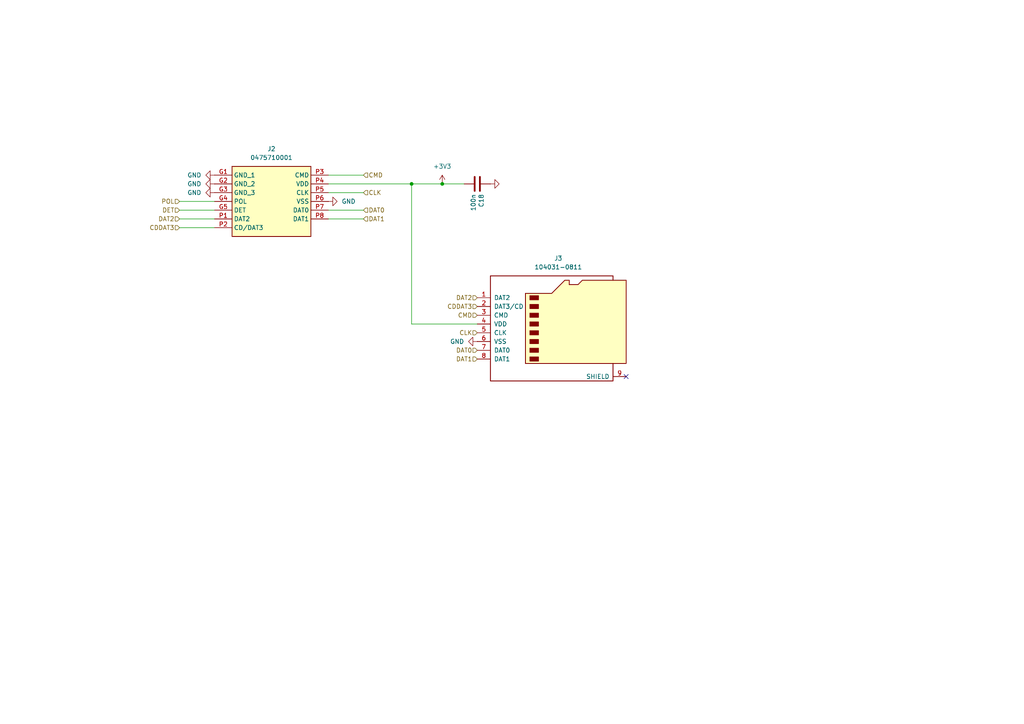
<source format=kicad_sch>
(kicad_sch (version 20250114) (generator "eeschema") (generator_version "9.0")
  (paper "A4")
  (title_block (title "MiniFRANK RM1") (date "2025-04-04") (rev "2.04") (company "Mikhail Matveev") (comment 1 "https://github.com/xtremespb/frank"))
  (lib_symbols
    (symbol "Connector:Micro_SD_Card" (pin_names (offset 1.016))
      (property "Reference" "J" (at -16.51 15.24 0))
      (property "Value" "Micro_SD_Card" (at 16.51 15.24 0))
      (symbol "Micro_SD_Card_0_1"
        (polyline (pts (xy -8.89 -11.43) (xy -8.89 8.89) (xy -1.27 8.89) (xy 2.54 12.7) (xy 3.81 12.7) (xy 3.81 11.43) (xy 6.35 11.43) (xy 7.62 12.7) (xy 20.32 12.7) (xy 20.32 -11.43) (xy -8.89 -11.43)) (stroke (width 0.254)) (fill (type background)))
        (rectangle (start -7.62 8.255) (end -5.08 6.985) (fill (type outline)))
        (rectangle (start -7.62 5.715) (end -5.08 4.445) (fill (type outline)))
        (rectangle (start -7.62 3.175) (end -5.08 1.905) (fill (type outline)))
        (rectangle (start -7.62 0.635) (end -5.08 -0.635) (fill (type outline)))
        (rectangle (start -7.62 -1.905) (end -5.08 -3.175) (fill (type outline)))
        (rectangle (start -7.62 -4.445) (end -5.08 -5.715) (fill (type outline)))
        (rectangle (start -7.62 -6.985) (end -5.08 -8.255) (fill (type outline)))
        (rectangle (start -7.62 -9.525) (end -5.08 -10.795) (fill (type outline)))
        (polyline (pts (xy 16.51 12.7) (xy 16.51 13.97) (xy -19.05 13.97) (xy -19.05 -16.51) (xy 16.51 -16.51) (xy 16.51 -11.43)) (stroke (width 0.254)))
      )
      (symbol "Micro_SD_Card_1_1"
        (pin bidirectional line (at -22.86 7.62 0) (length 3.81) (name "DAT2") (number "1"))
        (pin bidirectional line (at -22.86 5.08 0) (length 3.81) (name "DAT3/CD") (number "2"))
        (pin input line (at -22.86 2.54 0) (length 3.81) (name "CMD") (number "3"))
        (pin power_in line (at -22.86 0 0) (length 3.81) (name "VDD") (number "4"))
        (pin input line (at -22.86 -2.54 0) (length 3.81) (name "CLK") (number "5"))
        (pin power_in line (at -22.86 -5.08 0) (length 3.81) (name "VSS") (number "6"))
        (pin bidirectional line (at -22.86 -7.62 0) (length 3.81) (name "DAT0") (number "7"))
        (pin bidirectional line (at -22.86 -10.16 0) (length 3.81) (name "DAT1") (number "8"))
        (pin passive line (at 20.32 -15.24 180) (length 3.81) (name "SHIELD") (number "9"))
      )
    )
    (symbol "Device:C" (pin_numbers (hide yes)) (pin_names (offset 0.254))
      (property "Reference" "C" (at 0.635 2.54 0))
      (property "Value" "C" (at 0.635 -2.54 0))
      (symbol "C_0_1"
        (polyline (pts (xy -2.032 0.762) (xy 2.032 0.762)) (stroke (width 0.508)))
        (polyline (pts (xy -2.032 -0.762) (xy 2.032 -0.762)) (stroke (width 0.508)))
      )
      (symbol "C_1_1"
        (pin passive line (at 0 3.81 270) (length 2.794) (name "~") (number "1"))
        (pin passive line (at 0 -3.81 90) (length 2.794) (name "~") (number "2"))
      )
    )
    (symbol "FRANK:MicroSD_Short"
      (property "Reference" "SD1" (at 16.51 7.62 0))
      (property "Value" "MicroSD_Short" (at 16.51 5.08 0))
      (symbol "MicroSD_Short_1_1"
        (rectangle (start 5.08 2.54) (end 27.94 -17.78) (stroke (width 0.254)) (fill (type background)))
        (pin passive line (at 0 0 0) (length 5.08) (name "GND_1") (number "G1"))
        (pin passive line (at 0 -2.54 0) (length 5.08) (name "GND_2") (number "G2"))
        (pin passive line (at 0 -5.08 0) (length 5.08) (name "GND_3") (number "G3"))
        (pin passive line (at 0 -7.62 0) (length 5.08) (name "POL") (number "G4"))
        (pin passive line (at 0 -10.16 0) (length 5.08) (name "DET") (number "G5"))
        (pin passive line (at 0 -12.7 0) (length 5.08) (name "DAT2") (number "P1"))
        (pin passive line (at 0 -15.24 0) (length 5.08) (name "CD/DAT3") (number "P2"))
        (pin passive line (at 33.02 0 180) (length 5.08) (name "CMD") (number "P3"))
        (pin passive line (at 33.02 -2.54 180) (length 5.08) (name "VDD") (number "P4"))
        (pin passive line (at 33.02 -5.08 180) (length 5.08) (name "CLK") (number "P5"))
        (pin passive line (at 33.02 -7.62 180) (length 5.08) (name "VSS") (number "P6"))
        (pin passive line (at 33.02 -10.16 180) (length 5.08) (name "DAT0") (number "P7"))
        (pin passive line (at 33.02 -12.7 180) (length 5.08) (name "DAT1") (number "P8"))
      )
    )
    (symbol "GND_1" (power) (pin_numbers (hide yes)) (pin_names (offset 0) (hide yes))
      (property "Value" "GND" (at 0 -3.81 0))
      (symbol "GND_1_0_1"
        (polyline (pts (xy 0 0) (xy 0 -1.27) (xy 1.27 -1.27) (xy 0 -2.54) (xy -1.27 -1.27) (xy 0 -1.27)))
      )
      (symbol "GND_1_1_1"
        (pin power_in line (at 0 0 270) (length 0) (name "~") (number "1"))
      )
    )
    (symbol "power:+3V3" (power) (pin_numbers (hide yes)) (pin_names (offset 0) (hide yes))
      (property "Value" "+3V3" (at 0 3.556 0))
      (symbol "+3V3_0_1"
        (polyline (pts (xy -0.762 1.27) (xy 0 2.54)))
        (polyline (pts (xy 0 2.54) (xy 0.762 1.27)))
        (polyline (pts (xy 0 0) (xy 0 2.54)))
      )
      (symbol "+3V3_1_1"
        (pin power_in line (at 0 0 90) (length 0) (name "~") (number "1"))
      )
    )
    (symbol "power:GND" (power) (pin_numbers (hide yes)) (pin_names (offset 0) (hide yes))
      (property "Value" "GND" (at 0 -3.81 0))
      (symbol "GND_0_1"
        (polyline (pts (xy 0 0) (xy 0 -1.27) (xy 1.27 -1.27) (xy 0 -2.54) (xy -1.27 -1.27) (xy 0 -1.27)))
      )
      (symbol "GND_1_1"
        (pin power_in line (at 0 0 270) (length 0) (name "~") (number "1"))
      )
    )
  )
  (junction (at 128.27 53.34))
  (junction (at 119.38 53.34))
  (no_connect (at 181.61 109.22))
  (wire (pts (xy 95.25 60.96) (xy 105.41 60.96)))
  (wire (pts (xy 119.38 93.98) (xy 119.38 53.34)))
  (wire (pts (xy 95.25 63.5) (xy 105.41 63.5)))
  (wire (pts (xy 52.07 66.04) (xy 62.23 66.04)))
  (wire (pts (xy 52.07 63.5) (xy 62.23 63.5)))
  (wire (pts (xy 95.25 50.8) (xy 105.41 50.8)))
  (wire (pts (xy 128.27 53.34) (xy 134.62 53.34)))
  (wire (pts (xy 95.25 55.88) (xy 105.41 55.88)))
  (wire (pts (xy 138.43 93.98) (xy 119.38 93.98)))
  (wire (pts (xy 52.07 58.42) (xy 62.23 58.42)))
  (wire (pts (xy 95.25 53.34) (xy 119.38 53.34)))
  (wire (pts (xy 119.38 53.34) (xy 128.27 53.34)))
  (wire (pts (xy 52.07 60.96) (xy 62.23 60.96)))
  (hierarchical_label "CLK" (shape input) (at 105.41 55.88 0))
  (hierarchical_label "DAT0" (shape input) (at 105.41 60.96 0))
  (hierarchical_label "CMD" (shape input) (at 138.43 91.44 180))
  (hierarchical_label "DAT1" (shape input) (at 105.41 63.5 0))
  (hierarchical_label "DAT2" (shape input) (at 138.43 86.36 180))
  (hierarchical_label "DET" (shape input) (at 52.07 60.96 180))
  (hierarchical_label "DAT0" (shape input) (at 138.43 101.6 180))
  (hierarchical_label "DAT1" (shape input) (at 138.43 104.14 180))
  (hierarchical_label "CDDAT3" (shape input) (at 138.43 88.9 180))
  (hierarchical_label "CDDAT3" (shape input) (at 52.07 66.04 180))
  (hierarchical_label "DAT2" (shape input) (at 52.07 63.5 180))
  (hierarchical_label "POL" (shape input) (at 52.07 58.42 180))
  (hierarchical_label "CLK" (shape input) (at 138.43 96.52 180))
  (hierarchical_label "CMD" (shape input) (at 105.41 50.8 0))
  (symbol (lib_id "Device:C") (at 138.43 53.34 270) (unit 1)
    (property "Reference" "C18" (at 139.5984 56.261 0) (effects (justify left)))
    (property "Value" "100n" (at 137.287 56.261 0) (effects (justify left)))
    (property "Footprint" "FRANK:Capacitor (0805)" (effects (hide yes)))
    (property "Datasheet" "https://eu.mouser.com/datasheet/2/40/KGM_X7R-3223212.pdf" (effects (hide yes)))
    (property "AliExpress" "https://www.aliexpress.com/item/33008008276.html" (effects (hide yes)))
  )
  (symbol (lib_id "power:+3V3") (at 128.27 53.34 0) (unit 1)
    (property "Reference" "#PWR034" (effects (hide yes)))
    (property "Value" "+3V3" (at 128.27 48.26 0))
    (property "Description" "Power symbol creates a global label with name \"+3V3\"" (effects (hide yes)))
  )
  (symbol (lib_id "power:GND") (at 142.24 53.34 90) (unit 1)
    (property "Reference" "#PWR035" (effects (hide yes)))
    (property "Value" "GND" (effects (hide yes)))
    (property "Description" "Power symbol creates a global label with name \"GND\" , ground" (effects (hide yes)))
  )
  (symbol (lib_name "GND_1") (lib_id "power:GND") (at 62.23 53.34 270) (unit 1)
    (property "Reference" "#PWR033" (effects (hide yes)))
    (property "Value" "GND" (at 58.42 53.3399 90) (effects (justify right)))
    (property "Description" "Power symbol creates a global label with name \"GND\" , ground" (effects (hide yes)))
  )
  (symbol (lib_id "FRANK:MicroSD_Short") (at 62.23 50.8 0) (unit 1)
    (property "Reference" "J2" (at 78.74 43.18 0))
    (property "Value" "0475710001" (at 78.74 45.72 0))
    (property "Footprint" "FRANK:MicroSD (SMD, short)" (effects (hide yes)))
    (property "Datasheet" "https://componentsearchengine.com/Datasheets/2/47571-0001.pdf" (effects (hide yes)))
    (property "Description" "Memory Card Connectors ASSY FOR TFR HEADER HEADER W/DETECT PIN" (effects (hide yes)))
    (property "Height" "2.3" (effects (hide yes)))
    (property "Mouser Part Number" "538-47571-0001" (effects (hide yes)))
    (property "Mouser Price/Stock" "https://www.mouser.co.uk/ProductDetail/Molex/47571-0001?qs=qM7ngqbhX5UTJOg9nqKLJQ%3D%3D" (effects (hide yes)))
    (property "Manufacturer_Name" "Molex" (effects (hide yes)))
    (property "Manufacturer_Part_Number" "47571-0001" (effects (hide yes)))
    (property "AliExpress" "https://www.aliexpress.com/item/1005005302426366.html" (effects (hide yes)))
  )
  (symbol (lib_name "GND_1") (lib_id "power:GND") (at 95.25 58.42 90) (unit 1)
    (property "Reference" "#PWR037" (effects (hide yes)))
    (property "Value" "GND" (at 99.06 58.4199 90) (effects (justify right)))
    (property "Description" "Power symbol creates a global label with name \"GND\" , ground" (effects (hide yes)))
  )
  (symbol (lib_id "power:GND") (at 138.43 99.06 270) (unit 1)
    (property "Reference" "#PWR038" (effects (hide yes)))
    (property "Value" "GND" (at 134.62 99.0599 90) (effects (justify right)))
  )
  (symbol (lib_id "Connector:Micro_SD_Card") (at 161.29 93.98 0) (unit 1)
    (property "Reference" "J3" (at 161.925 74.93 0))
    (property "Value" "104031-0811" (at 161.925 77.47 0))
    (property "Footprint" "FRANK:MicroSD (SMD, long)" (effects (hide yes)))
    (property "Datasheet" "https://www.we-online.com/components/products/datasheet/693072010801.pdf" (effects (hide yes)))
    (property "Description" "Micro SD Card Socket" (effects (hide yes)))
    (property "AliExpress" "https://www.aliexpress.com/item/1005004214252441.html" (effects (hide yes)))
  )
  (symbol (lib_name "GND_1") (lib_id "power:GND") (at 62.23 55.88 270) (unit 1)
    (property "Reference" "#PWR036" (effects (hide yes)))
    (property "Value" "GND" (at 58.42 55.8799 90) (effects (justify right)))
    (property "Description" "Power symbol creates a global label with name \"GND\" , ground" (effects (hide yes)))
  )
  (symbol (lib_name "GND_1") (lib_id "power:GND") (at 62.23 50.8 270) (unit 1)
    (property "Reference" "#PWR032" (effects (hide yes)))
    (property "Value" "GND" (at 58.42 50.7999 90) (effects (justify right)))
    (property "Description" "Power symbol creates a global label with name \"GND\" , ground" (effects (hide yes)))
  )
)
</source>
